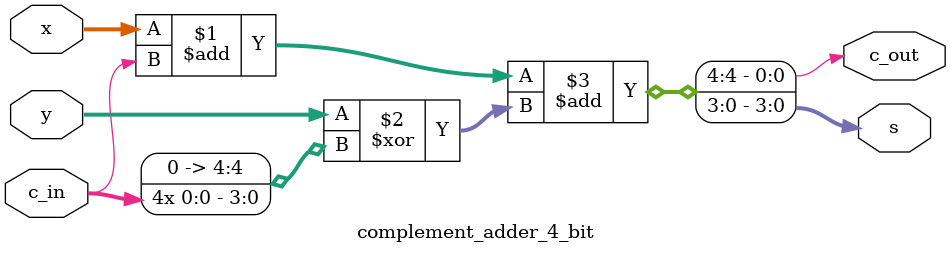
<source format=v>
`timescale 1ns / 1ps


module complement_adder_4_bit(
        s, c_out, x, y, c_in
    );
    
    input [3: 0] x, y;
    input c_in;
    
    output [3: 0] s;
    output c_out;
    
    assign {c_out, s} = x + c_in + (y ^ {4{c_in}});
endmodule

</source>
